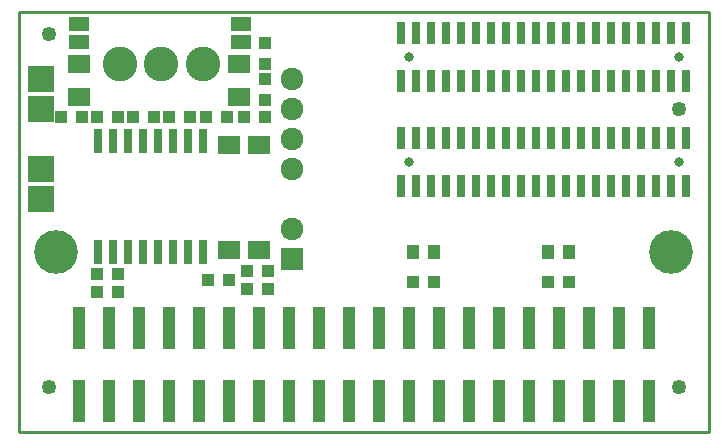
<source format=gbr>
G04 #@! TF.FileFunction,Soldermask,Top*
%FSLAX46Y46*%
G04 Gerber Fmt 4.6, Leading zero omitted, Abs format (unit mm)*
G04 Created by KiCad (PCBNEW 4.1.0-alpha+201607160317+6981~46~ubuntu14.04.1-product) date Mon Jul 18 13:23:00 2016*
%MOMM*%
%LPD*%
G01*
G04 APERTURE LIST*
%ADD10C,0.100000*%
%ADD11C,0.254000*%
%ADD12R,1.117600X1.117600*%
%ADD13C,0.801600*%
%ADD14R,0.801600X1.901600*%
%ADD15R,1.701800X1.270000*%
%ADD16C,1.254000*%
%ADD17C,3.700000*%
%ADD18R,2.178000X2.178000*%
%ADD19R,1.879600X1.625600*%
%ADD20R,1.131600X1.161600*%
%ADD21R,0.701600X2.101600*%
%ADD22R,1.101600X3.551600*%
%ADD23C,2.940000*%
%ADD24C,1.924000*%
%ADD25R,1.924000X1.924000*%
G04 APERTURE END LIST*
D10*
D11*
X127000000Y-91440000D02*
X127000000Y-127000000D01*
X185420000Y-91440000D02*
X127000000Y-91440000D01*
X185420000Y-127000000D02*
X185420000Y-91440000D01*
X127000000Y-127000000D02*
X185420000Y-127000000D01*
D12*
X144780000Y-114173000D03*
X143002000Y-114173000D03*
X142875000Y-100330000D03*
X144653000Y-100330000D03*
X141478000Y-100330000D03*
X139700000Y-100330000D03*
D13*
X160020000Y-104140000D03*
D14*
X159385000Y-102108000D03*
X159385000Y-106172000D03*
X160655000Y-102108000D03*
X160655000Y-106172000D03*
X161925000Y-102108000D03*
X161925000Y-106172000D03*
X163195000Y-102108000D03*
X163195000Y-106172000D03*
X164465000Y-102108000D03*
X164465000Y-106172000D03*
X165735000Y-102108000D03*
X165735000Y-106172000D03*
X167005000Y-102108000D03*
X167005000Y-106172000D03*
X168275000Y-102108000D03*
X168275000Y-106172000D03*
X169545000Y-102108000D03*
X169545000Y-106172000D03*
X170815000Y-102108000D03*
X170815000Y-106172000D03*
X183515000Y-106172000D03*
X183515000Y-102108000D03*
X182245000Y-106172000D03*
X182245000Y-102108000D03*
X180975000Y-106172000D03*
X180975000Y-102108000D03*
X179705000Y-106172000D03*
X179705000Y-102108000D03*
X178435000Y-106172000D03*
X178435000Y-102108000D03*
X177165000Y-106172000D03*
X177165000Y-102108000D03*
X175895000Y-106172000D03*
X175895000Y-102108000D03*
X174625000Y-106172000D03*
X174625000Y-102108000D03*
X173355000Y-106172000D03*
X173355000Y-102108000D03*
X172085000Y-106172000D03*
X172085000Y-102108000D03*
D13*
X182880000Y-104140000D03*
X160020000Y-95250000D03*
D14*
X159385000Y-97282000D03*
X159385000Y-93218000D03*
X160655000Y-97282000D03*
X160655000Y-93218000D03*
X161925000Y-97282000D03*
X161925000Y-93218000D03*
X163195000Y-97282000D03*
X163195000Y-93218000D03*
X164465000Y-97282000D03*
X164465000Y-93218000D03*
X165735000Y-97282000D03*
X165735000Y-93218000D03*
X167005000Y-97282000D03*
X167005000Y-93218000D03*
X168275000Y-97282000D03*
X168275000Y-93218000D03*
X169545000Y-97282000D03*
X169545000Y-93218000D03*
X170815000Y-97282000D03*
X170815000Y-93218000D03*
X183515000Y-93218000D03*
X183515000Y-97282000D03*
X182245000Y-93218000D03*
X182245000Y-97282000D03*
X180975000Y-93218000D03*
X180975000Y-97282000D03*
X179705000Y-93218000D03*
X179705000Y-97282000D03*
X178435000Y-93218000D03*
X178435000Y-97282000D03*
X177165000Y-93218000D03*
X177165000Y-97282000D03*
X175895000Y-93218000D03*
X175895000Y-97282000D03*
X174625000Y-93218000D03*
X174625000Y-97282000D03*
X173355000Y-93218000D03*
X173355000Y-97282000D03*
X172085000Y-93218000D03*
X172085000Y-97282000D03*
D13*
X182880000Y-95250000D03*
D12*
X147828000Y-100330000D03*
X146050000Y-100330000D03*
X160401000Y-114300000D03*
X162179000Y-114300000D03*
X171831000Y-114300000D03*
X173609000Y-114300000D03*
D15*
X145796000Y-93980000D03*
X145796000Y-93980000D03*
X145796000Y-92456000D03*
D16*
X129540000Y-123190000D03*
X182880000Y-99695000D03*
X182880000Y-123190000D03*
D17*
X130175000Y-111760000D03*
X182245000Y-111760000D03*
D16*
X129540000Y-93345000D03*
D12*
X147828000Y-95885000D03*
X147828000Y-94107000D03*
X136652000Y-100330000D03*
X138430000Y-100330000D03*
X147828000Y-97155000D03*
X147828000Y-98933000D03*
X135382000Y-100330000D03*
X133604000Y-100330000D03*
X130556000Y-100330000D03*
X132334000Y-100330000D03*
X146304000Y-113411000D03*
X148082000Y-113411000D03*
X146304000Y-114935000D03*
X148082000Y-114935000D03*
X135382000Y-115189000D03*
X133604000Y-115189000D03*
X135382000Y-113665000D03*
X133604000Y-113665000D03*
D15*
X132080000Y-92456000D03*
X132080000Y-92456000D03*
X132080000Y-93980000D03*
D18*
X128905000Y-104775000D03*
X128905000Y-99695000D03*
D19*
X145669000Y-95885000D03*
X145669000Y-98679000D03*
X132080000Y-98679000D03*
X132080000Y-95885000D03*
D18*
X128905000Y-97155000D03*
D19*
X144780000Y-102743000D03*
X147320000Y-102743000D03*
X147320000Y-111633000D03*
X144780000Y-111633000D03*
D20*
X162179000Y-111760000D03*
X160401000Y-111760000D03*
X173609000Y-111760000D03*
X171831000Y-111760000D03*
D21*
X133731000Y-111761000D03*
X135001000Y-111761000D03*
X136271000Y-111761000D03*
X137541000Y-111761000D03*
X138811000Y-111761000D03*
X140081000Y-111761000D03*
X141351000Y-111761000D03*
X142621000Y-111761000D03*
X142621000Y-102361000D03*
X141351000Y-102361000D03*
X140081000Y-102361000D03*
X138811000Y-102361000D03*
X137541000Y-102361000D03*
X136271000Y-102361000D03*
X135001000Y-102361000D03*
X133731000Y-102361000D03*
D22*
X132080000Y-124410000D03*
X132080000Y-118160000D03*
X134620000Y-124410000D03*
X134620000Y-118160000D03*
X137160000Y-124410000D03*
X137160000Y-118160000D03*
X139700000Y-124410000D03*
X139700000Y-118160000D03*
X142240000Y-124410000D03*
X142240000Y-118160000D03*
X144780000Y-124410000D03*
X144780000Y-118160000D03*
X147320000Y-124410000D03*
X147320000Y-118160000D03*
X149860000Y-124410000D03*
X149860000Y-118160000D03*
X152400000Y-124410000D03*
X152400000Y-118160000D03*
X154940000Y-124410000D03*
X154940000Y-118160000D03*
X157480000Y-124410000D03*
X157480000Y-118160000D03*
X160020000Y-124410000D03*
X160020000Y-118160000D03*
X162560000Y-124410000D03*
X162560000Y-118160000D03*
X165100000Y-124410000D03*
X165100000Y-118160000D03*
X167640000Y-124410000D03*
X167640000Y-118160000D03*
X170180000Y-124410000D03*
X170180000Y-118160000D03*
X172720000Y-124410000D03*
X172720000Y-118160000D03*
X175260000Y-124410000D03*
X175260000Y-118160000D03*
X177800000Y-124410000D03*
X177800000Y-118160000D03*
X180340000Y-124410000D03*
X180340000Y-118160000D03*
D18*
X128905000Y-107315000D03*
D23*
X139065000Y-95885000D03*
X135565000Y-95885000D03*
X142565000Y-95885000D03*
D24*
X150114000Y-99695000D03*
X150114000Y-97155000D03*
X150114000Y-102235000D03*
X150114000Y-104775000D03*
D25*
X150114000Y-112395000D03*
D24*
X150114000Y-109855000D03*
M02*

</source>
